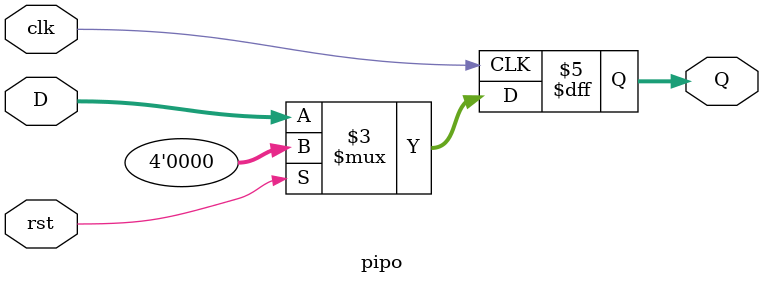
<source format=v>
`timescale 1ns / 1ps


module pipo(input clk,
    input rst,
    input [3:0] D,
    output reg [3:0] Q
);
always @(posedge clk) begin
    if (rst) begin
        Q<=4'b0000;
    end else begin
        Q<=D;      
    end
end
endmodule



</source>
